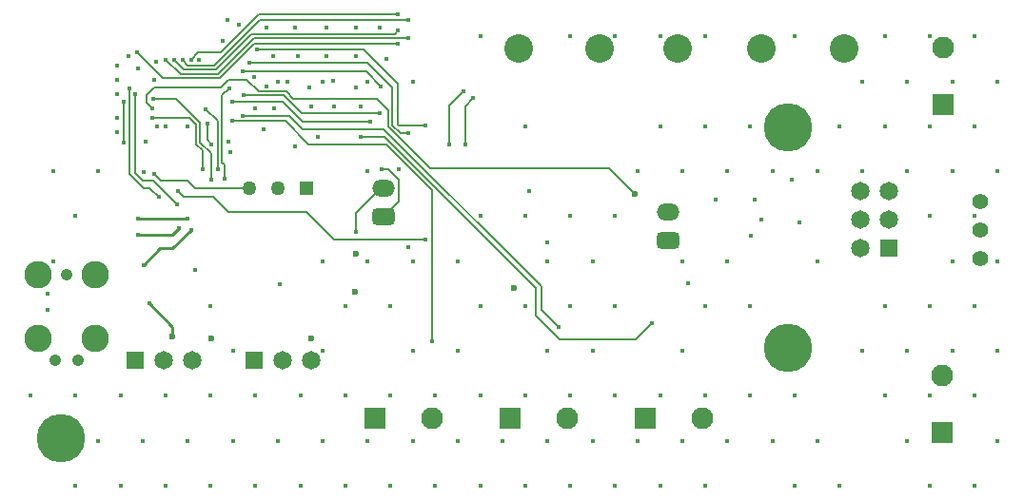
<source format=gbl>
G04*
G04 #@! TF.GenerationSoftware,Altium Limited,Altium Designer,24.9.1 (31)*
G04*
G04 Layer_Physical_Order=4*
G04 Layer_Color=16711680*
%FSLAX44Y44*%
%MOMM*%
G71*
G04*
G04 #@! TF.SameCoordinates,DA4EDB6E-3878-44D2-BF23-6E32A7E0A26F*
G04*
G04*
G04 #@! TF.FilePolarity,Positive*
G04*
G01*
G75*
%ADD11C,0.2000*%
%ADD13C,0.2500*%
%ADD117C,0.1500*%
%ADD159R,1.9500X1.9500*%
%ADD160C,1.9500*%
%ADD161C,4.3000*%
%ADD162R,1.9500X1.9500*%
%ADD163O,2.0000X1.5000*%
G04:AMPARAMS|DCode=164|XSize=1.5mm|YSize=2mm|CornerRadius=0.375mm|HoleSize=0mm|Usage=FLASHONLY|Rotation=90.000|XOffset=0mm|YOffset=0mm|HoleType=Round|Shape=RoundedRectangle|*
%AMROUNDEDRECTD164*
21,1,1.5000,1.2500,0,0,90.0*
21,1,0.7500,2.0000,0,0,90.0*
1,1,0.7500,0.6250,0.3750*
1,1,0.7500,0.6250,-0.3750*
1,1,0.7500,-0.6250,-0.3750*
1,1,0.7500,-0.6250,0.3750*
%
%ADD164ROUNDEDRECTD164*%
%ADD165C,1.6500*%
%ADD166R,1.6500X1.6500*%
%ADD167C,1.4000*%
%ADD168R,1.6500X1.6500*%
%ADD169R,1.2750X1.2750*%
%ADD170C,1.2750*%
%ADD171C,1.0668*%
%ADD172C,2.4511*%
%ADD173C,2.5400*%
%ADD174C,0.4500*%
%ADD175C,0.6000*%
D11*
X243160Y823180D02*
Y843057D01*
X233911Y852307D02*
X243160Y843057D01*
X227811Y852307D02*
X233911D01*
X205019Y795821D02*
Y812940D01*
X227433Y835353D01*
X47082Y832385D02*
X52160Y827307D01*
X185663Y789388D02*
X267088D01*
X237331Y817352D02*
X243160Y823180D01*
X302514Y874501D02*
Y908166D01*
X309688Y915340D01*
X288433Y908975D02*
X300798Y921340D01*
X288433Y874501D02*
Y908975D01*
X161347Y813704D02*
X185663Y789388D01*
X91836Y813704D02*
X161347D01*
X78233Y827307D02*
X91836Y813704D01*
X52160Y827307D02*
X78233D01*
X55784Y842010D02*
X62331Y835462D01*
X110547D01*
X31793Y842010D02*
X55784D01*
X25530Y848273D02*
X31793Y842010D01*
D13*
X11580Y807778D02*
X55530D01*
X41852Y781576D02*
X58530Y798254D01*
X30988Y781576D02*
X41852D01*
X42201Y794004D02*
X48082Y799885D01*
X21180Y732491D02*
X42145Y711525D01*
Y703326D02*
Y711525D01*
X11580Y794004D02*
X42201D01*
X16030Y766618D02*
X30988Y781576D01*
D117*
X146129Y899668D02*
X157813Y887984D01*
X104394Y899668D02*
X146129D01*
X142482Y894897D02*
X162878Y874501D01*
X95556Y894897D02*
X142482D01*
X58530Y949706D02*
X64914Y956090D01*
X84617D02*
X118619Y990092D01*
X64914Y956090D02*
X84617D01*
X55784Y944626D02*
X79318D01*
X52204Y941126D02*
X80828D01*
X33464Y933040D02*
X84041D01*
X10414Y956090D02*
X33464Y933040D01*
X25146Y915162D02*
X45362D01*
X66780Y876192D02*
Y893744D01*
X45362Y915162D02*
X66780Y893744D01*
X116922Y958850D02*
X212090D01*
X242281Y891798D02*
Y928659D01*
X212090Y958850D02*
X242281Y928659D01*
X110547Y947300D02*
X215404D01*
X237411Y891425D02*
Y925293D01*
X215404Y947300D02*
X237411Y925293D01*
X72909Y878372D02*
X76780Y874501D01*
X72909Y878372D02*
Y892840D01*
X86142Y858300D02*
Y918193D01*
X82642Y852307D02*
Y894897D01*
X8855Y848734D02*
Y919340D01*
Y848734D02*
X15579Y842010D01*
X95556Y912340D02*
X139728D01*
X157728Y894340D01*
X104997Y917933D02*
X140879D01*
X118506Y921433D02*
X143233D01*
X140879Y917933D02*
X156972Y901840D01*
X108099Y931840D02*
X118506Y921433D01*
X143233D02*
X149504Y915162D01*
X223489D01*
X233911Y904740D01*
X242107Y990092D02*
X242281Y990266D01*
X118619Y990092D02*
X242107D01*
X119958Y985266D02*
X251606D01*
X79318Y944626D02*
X119958Y985266D01*
X80828Y941126D02*
X112402Y972700D01*
X239674D02*
X242281Y975307D01*
X112402Y972700D02*
X239674D01*
X114778Y968980D02*
X251606D01*
X82338Y936540D02*
X114778Y968980D01*
X114851Y963850D02*
X242281D01*
X229664Y887984D02*
X369934Y747714D01*
X157813Y887984D02*
X229664D01*
X157728Y894340D02*
X217998D01*
X84041Y933040D02*
X114851Y963850D01*
X47082Y832385D02*
Y832506D01*
X16075Y835462D02*
X21426D01*
X3810Y847728D02*
Y924340D01*
Y847728D02*
X16075Y835462D01*
X-1209Y875559D02*
Y912340D01*
X15579Y842010D02*
X24567D01*
X57290Y897530D02*
X63280Y891540D01*
X23625Y897530D02*
X57290D01*
X162878Y874501D02*
X232215D01*
X209042Y880872D02*
X230793D01*
X365506Y721360D02*
Y746159D01*
X272930Y699173D02*
Y833786D01*
X232215Y874501D02*
X272930Y833786D01*
X230793Y880872D02*
X365506Y746159D01*
X369934Y726866D02*
Y747714D01*
X244935Y883901D02*
X251606D01*
X233911Y889975D02*
X271336Y852550D01*
X359532D01*
X233911Y889975D02*
Y904740D01*
X237411Y891425D02*
X244935Y883901D01*
X364876Y852550D02*
X430711D01*
X359822Y852840D02*
X364586D01*
X364876Y852550D01*
X359532D02*
X359822Y852840D01*
X430711Y852550D02*
X453210Y830050D01*
X82323Y851987D02*
X82642Y852307D01*
X71780Y905759D02*
X82642Y894897D01*
X86142Y858300D02*
X88392Y856050D01*
Y844042D02*
Y856050D01*
X76530Y842419D02*
Y866442D01*
X66780Y876192D02*
X76530Y866442D01*
X86142Y918193D02*
X92289Y924340D01*
X25770Y925161D02*
X85413D01*
X92093Y931840D01*
X108099D01*
X230809Y809954D02*
X237331Y816475D01*
X229933Y809954D02*
X230809D01*
X237331Y816475D02*
Y817352D01*
X227433Y835353D02*
X229933D01*
X365506Y721360D02*
X386540Y700326D01*
X369934Y726866D02*
X385303Y711497D01*
X386540Y700326D02*
X454056D01*
X468564Y714834D01*
X63280Y874488D02*
X69030Y868738D01*
Y852307D02*
Y868738D01*
X214212Y939101D02*
X227473Y925840D01*
X104172Y939101D02*
X214212D01*
X18542Y917933D02*
X25770Y925161D01*
X18542Y911319D02*
X23674Y906188D01*
X18542Y911319D02*
Y917933D01*
X24567Y842010D02*
X46157Y820420D01*
X29582Y827307D02*
X29832D01*
X21426Y835462D02*
X29582Y827307D01*
X63280Y874488D02*
Y891540D01*
X242281Y891798D02*
X243160Y890919D01*
X267088D01*
X156972Y901840D02*
X226314D01*
X49196Y936540D02*
X82338D01*
X36030Y949706D02*
X49196Y936540D01*
X43740Y949590D02*
X52204Y941126D01*
X50825Y949585D02*
X55784Y944626D01*
D159*
X222130Y630364D02*
D03*
X342053D02*
D03*
X462444D02*
D03*
D160*
X272930D02*
D03*
X726372Y668464D02*
D03*
X392853Y630364D02*
D03*
X513244D02*
D03*
X727222Y960724D02*
D03*
D161*
X590000Y692635D02*
D03*
Y889508D02*
D03*
X-56886Y612394D02*
D03*
D162*
X726372Y617664D02*
D03*
X727222Y909924D02*
D03*
D163*
X229933Y835353D02*
D03*
X482854Y814324D02*
D03*
D164*
X229933Y809954D02*
D03*
X482854Y788924D02*
D03*
D165*
X653542Y832612D02*
D03*
Y807212D02*
D03*
X678942Y832612D02*
D03*
Y807212D02*
D03*
X653542Y781812D02*
D03*
X59295Y682244D02*
D03*
X33895D02*
D03*
X165855Y682193D02*
D03*
X140455D02*
D03*
D166*
X678942Y781812D02*
D03*
D167*
X760222Y823468D02*
D03*
Y798068D02*
D03*
Y772668D02*
D03*
D168*
X8495Y682244D02*
D03*
X115055Y682193D02*
D03*
D169*
X161347Y835462D02*
D03*
D170*
X135947D02*
D03*
X110547D02*
D03*
D171*
X-52070Y758444D02*
D03*
X-41920Y682244D02*
D03*
X-62220D02*
D03*
D172*
X-77470Y701294D02*
D03*
Y758444D02*
D03*
X-26670D02*
D03*
Y701294D02*
D03*
D173*
X639572Y960000D02*
D03*
X565658D02*
D03*
X491756D02*
D03*
X421640D02*
D03*
X350012D02*
D03*
D174*
X17780Y876516D02*
D03*
X755739Y970333D02*
D03*
X775739Y930333D02*
D03*
X755739Y890333D02*
D03*
X775739Y850333D02*
D03*
X755739Y810333D02*
D03*
X775739Y770333D02*
D03*
X755739Y730333D02*
D03*
X775739Y690333D02*
D03*
X755739Y650333D02*
D03*
X775739Y610334D02*
D03*
X755739Y570334D02*
D03*
X715739Y970333D02*
D03*
X735739Y930333D02*
D03*
X715739Y890333D02*
D03*
X735739Y850333D02*
D03*
X715739Y810333D02*
D03*
X735739Y770333D02*
D03*
X715739Y730333D02*
D03*
X735739Y690333D02*
D03*
X715739Y650333D02*
D03*
Y570334D02*
D03*
X675739Y970333D02*
D03*
X695739Y930333D02*
D03*
X675739Y890333D02*
D03*
X695739Y850333D02*
D03*
X675739Y730333D02*
D03*
X695739Y690333D02*
D03*
X675739Y650333D02*
D03*
X695739Y610334D02*
D03*
X655739Y930333D02*
D03*
X635739Y890333D02*
D03*
X655739Y850333D02*
D03*
Y690333D02*
D03*
X635739Y570334D02*
D03*
X595739Y970333D02*
D03*
X615739Y850333D02*
D03*
Y770333D02*
D03*
X595739Y650333D02*
D03*
X615739Y610334D02*
D03*
X595739Y570334D02*
D03*
X555739Y890333D02*
D03*
X575739Y850333D02*
D03*
X555739Y730333D02*
D03*
Y650333D02*
D03*
X575739Y610334D02*
D03*
X515739Y970333D02*
D03*
Y890333D02*
D03*
X535739Y850333D02*
D03*
Y770333D02*
D03*
X515739Y730333D02*
D03*
Y650333D02*
D03*
X535739Y610334D02*
D03*
X515739Y570334D02*
D03*
X475739Y970333D02*
D03*
Y890333D02*
D03*
X495739Y850333D02*
D03*
Y770333D02*
D03*
Y690333D02*
D03*
X475739Y650333D02*
D03*
X495739Y610334D02*
D03*
X475739Y570334D02*
D03*
X435739Y970333D02*
D03*
X455739Y850333D02*
D03*
X435739Y810333D02*
D03*
Y730333D02*
D03*
Y650333D02*
D03*
X455739Y610334D02*
D03*
X435739Y570334D02*
D03*
X395739Y970333D02*
D03*
Y810333D02*
D03*
X415739Y770333D02*
D03*
X395739Y730333D02*
D03*
X415739Y690333D02*
D03*
X395739Y650333D02*
D03*
X415739Y610334D02*
D03*
X395739Y570334D02*
D03*
X355739Y890333D02*
D03*
Y810333D02*
D03*
X375739Y770333D02*
D03*
X355739Y730333D02*
D03*
X375739Y690333D02*
D03*
X355739Y650333D02*
D03*
X375739Y610334D02*
D03*
X355739Y570334D02*
D03*
X315739Y970333D02*
D03*
Y810333D02*
D03*
Y730333D02*
D03*
Y650333D02*
D03*
X335739Y610334D02*
D03*
X315739Y570334D02*
D03*
X295739Y770333D02*
D03*
Y690333D02*
D03*
X275739Y650333D02*
D03*
X295739Y610334D02*
D03*
X275739Y570334D02*
D03*
X255739Y930333D02*
D03*
Y770333D02*
D03*
X235739Y730333D02*
D03*
X255739Y690333D02*
D03*
X235739Y650333D02*
D03*
X255739Y610334D02*
D03*
X235739Y570334D02*
D03*
X215739Y930333D02*
D03*
Y850333D02*
D03*
Y770333D02*
D03*
X195739Y730333D02*
D03*
Y650333D02*
D03*
X215739Y610334D02*
D03*
X195739Y570334D02*
D03*
X175739Y930333D02*
D03*
Y770333D02*
D03*
Y690333D02*
D03*
X155739Y650333D02*
D03*
X175739Y610334D02*
D03*
X155739Y570334D02*
D03*
X135739Y930333D02*
D03*
X115739Y650333D02*
D03*
X135739Y610334D02*
D03*
X115739Y570334D02*
D03*
X75739Y730333D02*
D03*
X95739Y690333D02*
D03*
X75739Y650333D02*
D03*
X95739Y610334D02*
D03*
X75739Y570334D02*
D03*
X35739Y890333D02*
D03*
Y650333D02*
D03*
X55739Y610334D02*
D03*
X35739Y570334D02*
D03*
X-4261Y650333D02*
D03*
X15739Y610334D02*
D03*
X-4261Y570334D02*
D03*
X-24261Y850333D02*
D03*
X-44261Y810333D02*
D03*
Y650333D02*
D03*
X-24261Y610334D02*
D03*
X-44261Y570334D02*
D03*
X-64261Y850333D02*
D03*
Y770333D02*
D03*
X-84261Y650333D02*
D03*
X599616Y804414D02*
D03*
X-68906Y726584D02*
D03*
X93075Y867227D02*
D03*
X125984Y925961D02*
D03*
X132613Y906188D02*
D03*
X115617D02*
D03*
X104394Y899668D02*
D03*
X556678Y792446D02*
D03*
X559816Y824646D02*
D03*
X525123Y824947D02*
D03*
X27030Y948046D02*
D03*
X27940Y889975D02*
D03*
X65324Y949164D02*
D03*
X58530Y949706D02*
D03*
X565866Y807593D02*
D03*
X137785Y749554D02*
D03*
X243356Y852523D02*
D03*
X592866Y843026D02*
D03*
X10414Y956090D02*
D03*
X251606Y782522D02*
D03*
X205019Y795821D02*
D03*
X375221Y786684D02*
D03*
X123305Y887984D02*
D03*
X95556Y894897D02*
D03*
Y912340D02*
D03*
X104997Y917933D02*
D03*
X209042Y908166D02*
D03*
X185663D02*
D03*
X165855D02*
D03*
X232433Y950500D02*
D03*
X226314Y978662D02*
D03*
X205019D02*
D03*
X179070D02*
D03*
X150876D02*
D03*
X125984D02*
D03*
X242281Y990266D02*
D03*
X251606Y985266D02*
D03*
X242281Y975307D02*
D03*
Y963850D02*
D03*
X91186Y985266D02*
D03*
X101092Y980948D02*
D03*
X86868Y966216D02*
D03*
X171688Y880872D02*
D03*
X217998Y894340D02*
D03*
X205019Y953008D02*
D03*
X179070D02*
D03*
X153826D02*
D03*
X131439D02*
D03*
X116922Y958850D02*
D03*
X115055Y934222D02*
D03*
X144018Y929640D02*
D03*
X163734Y924560D02*
D03*
X150876Y872744D02*
D03*
X205019Y924560D02*
D03*
X184697Y931186D02*
D03*
X91836Y877072D02*
D03*
X26030Y931840D02*
D03*
X55784Y889975D02*
D03*
X2540Y953008D02*
D03*
X-7112Y944626D02*
D03*
Y931840D02*
D03*
Y919340D02*
D03*
Y897530D02*
D03*
Y885131D02*
D03*
X16030Y849925D02*
D03*
X11580Y942086D02*
D03*
X47082Y832506D02*
D03*
X55530Y807778D02*
D03*
X48082Y799885D02*
D03*
X-1190Y875541D02*
D03*
X-1209Y912340D02*
D03*
X8855Y919340D02*
D03*
X3810Y924340D02*
D03*
X500718Y750895D02*
D03*
X227811Y852307D02*
D03*
X358992Y833050D02*
D03*
X62326Y762210D02*
D03*
X-68804Y741426D02*
D03*
X23625Y897530D02*
D03*
X82323Y851987D02*
D03*
X92289Y924340D02*
D03*
X88392Y844042D02*
D03*
X272930Y699173D02*
D03*
X309688Y915340D02*
D03*
X300798Y921340D02*
D03*
X385303Y711497D02*
D03*
X468564Y714834D02*
D03*
X209042Y880872D02*
D03*
X76780Y874501D02*
D03*
X267088Y789388D02*
D03*
X227473Y925840D02*
D03*
X21180Y732491D02*
D03*
X46157Y820420D02*
D03*
X58530Y798254D02*
D03*
X29832Y827307D02*
D03*
X16030Y766618D02*
D03*
X11580Y794004D02*
D03*
Y807778D02*
D03*
X69030Y852307D02*
D03*
X72909Y892840D02*
D03*
X71780Y905759D02*
D03*
X76530Y842419D02*
D03*
X302514Y874501D02*
D03*
X288433D02*
D03*
X251606Y883901D02*
D03*
X267088Y890919D02*
D03*
X226314Y901840D02*
D03*
X23674Y906188D02*
D03*
X25146Y915162D02*
D03*
X110547Y947300D02*
D03*
X104172Y939101D02*
D03*
X251606Y968980D02*
D03*
X25530Y848273D02*
D03*
X50825Y949585D02*
D03*
X43740Y949590D02*
D03*
X36030Y949706D02*
D03*
D175*
X345948Y746506D02*
D03*
X204774Y743035D02*
D03*
X205019Y776721D02*
D03*
X453210Y830050D02*
D03*
X76780Y701294D02*
D03*
X165855D02*
D03*
X42145Y703326D02*
D03*
M02*

</source>
